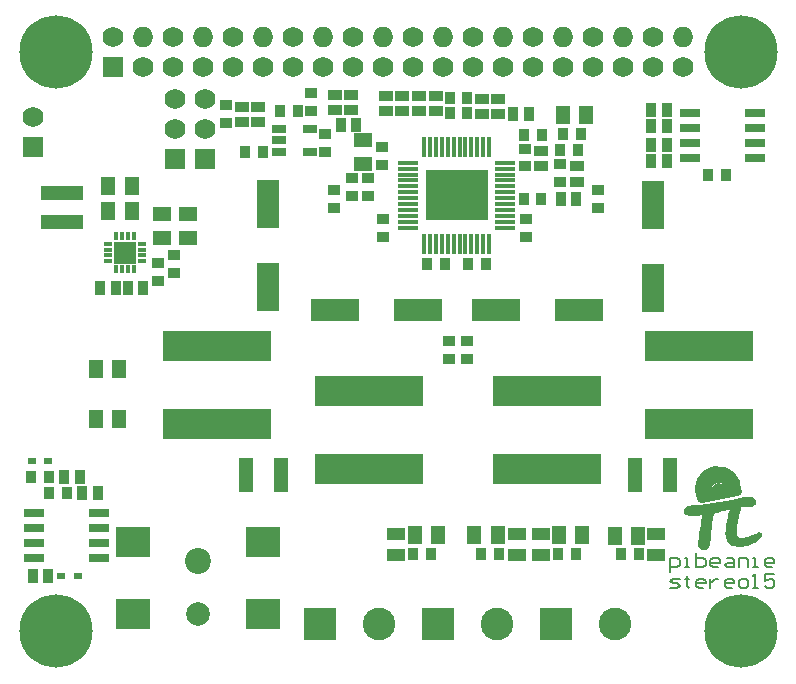
<source format=gts>
G04 Layer_Color=8388736*
%FSLAX44Y44*%
%MOMM*%
G71*
G01*
G75*
%ADD35C,0.8000*%
%ADD47C,0.2000*%
%ADD89R,2.9600X2.5600*%
%ADD90R,0.7600X0.5600*%
%ADD91R,0.9600X1.0600*%
%ADD92R,3.5600X1.1600*%
%ADD93R,1.1600X1.5100*%
%ADD94R,9.1600X2.5600*%
%ADD95R,4.1600X1.9600*%
%ADD96R,1.9600X4.1600*%
%ADD97R,1.5600X1.0100*%
G04:AMPARAMS|DCode=98|XSize=0.41mm|YSize=0.76mm|CornerRadius=0.105mm|HoleSize=0mm|Usage=FLASHONLY|Rotation=90.000|XOffset=0mm|YOffset=0mm|HoleType=Round|Shape=RoundedRectangle|*
%AMROUNDEDRECTD98*
21,1,0.4100,0.5500,0,0,90.0*
21,1,0.2000,0.7600,0,0,90.0*
1,1,0.2100,0.2750,0.1000*
1,1,0.2100,0.2750,-0.1000*
1,1,0.2100,-0.2750,-0.1000*
1,1,0.2100,-0.2750,0.1000*
%
%ADD98ROUNDEDRECTD98*%
G04:AMPARAMS|DCode=99|XSize=0.41mm|YSize=0.76mm|CornerRadius=0.105mm|HoleSize=0mm|Usage=FLASHONLY|Rotation=180.000|XOffset=0mm|YOffset=0mm|HoleType=Round|Shape=RoundedRectangle|*
%AMROUNDEDRECTD99*
21,1,0.4100,0.5500,0,0,180.0*
21,1,0.2000,0.7600,0,0,180.0*
1,1,0.2100,-0.1000,0.2750*
1,1,0.2100,0.1000,0.2750*
1,1,0.2100,0.1000,-0.2750*
1,1,0.2100,-0.1000,-0.2750*
%
%ADD99ROUNDEDRECTD99*%
%ADD100R,1.8600X1.8600*%
%ADD101R,1.1600X0.7600*%
%ADD102R,1.0600X0.9600*%
%ADD103R,0.8600X1.1600*%
%ADD104R,1.1600X2.8600*%
%ADD105R,1.6800X0.7600*%
%ADD106R,5.3600X4.2600*%
G04:AMPARAMS|DCode=107|XSize=0.41mm|YSize=1.71mm|CornerRadius=0.105mm|HoleSize=0mm|Usage=FLASHONLY|Rotation=180.000|XOffset=0mm|YOffset=0mm|HoleType=Round|Shape=RoundedRectangle|*
%AMROUNDEDRECTD107*
21,1,0.4100,1.5000,0,0,180.0*
21,1,0.2000,1.7100,0,0,180.0*
1,1,0.2100,-0.1000,0.7500*
1,1,0.2100,0.1000,0.7500*
1,1,0.2100,0.1000,-0.7500*
1,1,0.2100,-0.1000,-0.7500*
%
%ADD107ROUNDEDRECTD107*%
G04:AMPARAMS|DCode=108|XSize=0.41mm|YSize=1.71mm|CornerRadius=0.105mm|HoleSize=0mm|Usage=FLASHONLY|Rotation=270.000|XOffset=0mm|YOffset=0mm|HoleType=Round|Shape=RoundedRectangle|*
%AMROUNDEDRECTD108*
21,1,0.4100,1.5000,0,0,270.0*
21,1,0.2000,1.7100,0,0,270.0*
1,1,0.2100,-0.7500,-0.1000*
1,1,0.2100,-0.7500,0.1000*
1,1,0.2100,0.7500,0.1000*
1,1,0.2100,0.7500,-0.1000*
%
%ADD108ROUNDEDRECTD108*%
%ADD109R,1.5100X1.1600*%
%ADD110R,1.1600X0.8600*%
%ADD111C,2.2000*%
%ADD112C,2.0000*%
%ADD113C,1.7600*%
%ADD114R,1.7600X1.7600*%
%ADD115O,1.7600X1.7200*%
%ADD116R,1.7600X1.7600*%
%ADD117C,6.2000*%
%ADD118C,2.7600*%
%ADD119R,2.7600X2.7600*%
%ADD120C,0.4500*%
%ADD121C,0.7500*%
G36*
X624283Y148640D02*
X625425Y148355D01*
X626425Y147783D01*
X627425Y147069D01*
X628140Y146069D01*
X628425Y145498D01*
Y144784D01*
Y144641D01*
Y144498D01*
X628283Y143641D01*
X627711Y142498D01*
X627282Y141927D01*
X626711Y141355D01*
X626425Y141069D01*
X625711Y140641D01*
X624854Y140212D01*
X623854Y139927D01*
X618140D01*
X616997Y139784D01*
X616140D01*
X615712Y139641D01*
X615569Y139498D01*
X615426Y139070D01*
X615283Y138498D01*
X614997Y137498D01*
X614569Y135927D01*
X614283Y134927D01*
X613997Y133784D01*
X613712Y132499D01*
X613426Y131070D01*
Y130927D01*
X613283Y130641D01*
Y130356D01*
X613140Y129784D01*
X612855Y128213D01*
X612569Y126499D01*
X612141Y124499D01*
X611855Y122642D01*
X611712Y120785D01*
X611569Y119213D01*
Y118928D01*
X611712Y118356D01*
X611855Y117499D01*
X612141Y116642D01*
X612712Y115642D01*
X613426Y114785D01*
X614569Y114214D01*
X615997Y113928D01*
X616712D01*
X617712Y114071D01*
X618997Y114357D01*
X620569Y114785D01*
X622569Y115357D01*
X624854Y116214D01*
X627425Y117357D01*
X627568D01*
X627854Y117499D01*
X628854Y118071D01*
X629997Y118499D01*
X630997Y118642D01*
X631282D01*
X632139Y118356D01*
X632425Y118071D01*
X632854Y117642D01*
X632996Y117071D01*
X633139Y116356D01*
Y116214D01*
X632996Y115928D01*
X632854Y115357D01*
X632425Y114642D01*
X631711Y113642D01*
X630568Y112500D01*
X628997Y111357D01*
X628140Y110642D01*
X626997Y109928D01*
X626711Y109785D01*
X625997Y109357D01*
X624711Y108785D01*
X623140Y108071D01*
X621140Y107357D01*
X618997Y106786D01*
X616569Y106357D01*
X614140Y106214D01*
X613283D01*
X612141Y106357D01*
X610998Y106643D01*
X609569Y106928D01*
X607998Y107357D01*
X606569Y108071D01*
X605284Y109071D01*
X605141Y109214D01*
X604855Y109643D01*
X604284Y110357D01*
X603712Y111214D01*
X603141Y112500D01*
X602570Y113928D01*
X602284Y115642D01*
X602141Y117499D01*
Y117642D01*
Y117785D01*
Y118214D01*
Y118785D01*
X602284Y119499D01*
Y120356D01*
X602427Y121499D01*
X602570Y122642D01*
X602712Y123927D01*
X602998Y125499D01*
X603284Y127213D01*
X603712Y129070D01*
X603998Y131070D01*
X604570Y133213D01*
X605141Y135498D01*
X605712Y137927D01*
X605569D01*
X605141Y137784D01*
X604570Y137641D01*
X603855Y137498D01*
X602855Y137213D01*
X601855Y137070D01*
X599570Y136498D01*
X597284Y135927D01*
X595141Y135356D01*
X594284Y135070D01*
X593570Y134784D01*
X592999Y134641D01*
X592713Y134498D01*
X592570Y134213D01*
X592284Y133784D01*
X592141Y132927D01*
X591856Y131784D01*
X591570Y130927D01*
X591427Y129927D01*
X591284Y128927D01*
X591142Y127642D01*
X590856Y126213D01*
X590713Y124499D01*
Y124356D01*
Y124070D01*
X590570Y123642D01*
Y122928D01*
X590427Y121356D01*
X590142Y119213D01*
X589999Y116928D01*
X589713Y114642D01*
X589570Y112357D01*
X589427Y110357D01*
Y110214D01*
Y109785D01*
X589285Y109071D01*
X589142Y108214D01*
X588570Y106357D01*
X588142Y105643D01*
X587713Y104929D01*
X587427Y104643D01*
X586570Y104214D01*
X585999Y103929D01*
X585285Y103786D01*
X584285Y103500D01*
X583142D01*
X582571Y103643D01*
X581999Y103786D01*
X581142Y104214D01*
X580428Y104786D01*
X579714Y105786D01*
X579142Y107071D01*
X578999Y108785D01*
Y108928D01*
Y109500D01*
X579142Y110357D01*
Y111643D01*
X579428Y113357D01*
X579714Y115357D01*
X579999Y117785D01*
X580571Y120785D01*
Y121070D01*
X580714Y121785D01*
X580999Y122785D01*
X581142Y124356D01*
X581571Y126070D01*
X581856Y128213D01*
X582142Y130499D01*
X582571Y133070D01*
X581856D01*
X581285Y132927D01*
X579714Y132784D01*
X577857Y132641D01*
X577428D01*
X576857Y132499D01*
X576285D01*
X574714Y132356D01*
X572571D01*
X572000Y132499D01*
X571000Y132641D01*
X570000Y132927D01*
X568857Y133498D01*
X567857Y134356D01*
X567286Y135356D01*
X567000Y136927D01*
Y137070D01*
Y137213D01*
X567143Y137927D01*
X567571Y138784D01*
X568428Y139784D01*
X568714Y139927D01*
X569286Y140498D01*
X570285Y140927D01*
X571428Y141212D01*
X572143D01*
X573000Y141355D01*
X574142D01*
X575571Y141498D01*
X577285Y141641D01*
X579285Y141784D01*
X581285Y141927D01*
X583713Y142212D01*
X586142Y142498D01*
X591427Y143212D01*
X596998Y144069D01*
X602712Y145212D01*
X602855D01*
X603427Y145355D01*
X604284Y145498D01*
X605284Y145784D01*
X606569Y146069D01*
X607998Y146355D01*
X611141Y147069D01*
X614569Y147641D01*
X617712Y148212D01*
X619140Y148498D01*
X620426Y148640D01*
X621426Y148783D01*
X623283D01*
X624283Y148640D01*
D02*
G37*
D35*
X601504Y152585D02*
G03*
X593941Y151138I-3985J342D01*
G01*
X606464Y153646D02*
G03*
X587556Y150028I-9963J854D01*
G01*
X611752Y153789D02*
G03*
X581500Y148000I-15941J1366D01*
G01*
X611803Y153513D01*
D47*
X555500Y71500D02*
X561498D01*
X563497Y73499D01*
X561498Y75499D01*
X557499D01*
X555500Y77498D01*
X557499Y79497D01*
X563497D01*
X569496Y81497D02*
Y79497D01*
X567496D01*
X571495D01*
X569496D01*
Y73499D01*
X571495Y71500D01*
X583491D02*
X579492D01*
X577493Y73499D01*
Y77498D01*
X579492Y79497D01*
X583491D01*
X585490Y77498D01*
Y75499D01*
X577493D01*
X589489Y79497D02*
Y71500D01*
Y75499D01*
X591488Y77498D01*
X593488Y79497D01*
X595487D01*
X607483Y71500D02*
X603484D01*
X601485Y73499D01*
Y77498D01*
X603484Y79497D01*
X607483D01*
X609483Y77498D01*
Y75499D01*
X601485D01*
X615481Y71500D02*
X619479D01*
X621479Y73499D01*
Y77498D01*
X619479Y79497D01*
X615481D01*
X613481Y77498D01*
Y73499D01*
X615481Y71500D01*
X625477D02*
X629476D01*
X627477D01*
Y83496D01*
X625477Y81497D01*
X643472Y83496D02*
X635474D01*
Y77498D01*
X639473Y79497D01*
X641472D01*
X643472Y77498D01*
Y73499D01*
X641472Y71500D01*
X637473D01*
X635474Y73499D01*
X555500Y85001D02*
Y96997D01*
X561498D01*
X563497Y94998D01*
Y90999D01*
X561498Y89000D01*
X555500D01*
X567496D02*
X571495D01*
X569496D01*
Y96997D01*
X567496D01*
X577493Y100996D02*
Y89000D01*
X583491D01*
X585490Y90999D01*
Y92999D01*
Y94998D01*
X583491Y96997D01*
X577493D01*
X595487Y89000D02*
X591488D01*
X589489Y90999D01*
Y94998D01*
X591488Y96997D01*
X595487D01*
X597486Y94998D01*
Y92999D01*
X589489D01*
X603484Y96997D02*
X607483D01*
X609483Y94998D01*
Y89000D01*
X603484D01*
X601485Y90999D01*
X603484Y92999D01*
X609483D01*
X613481Y89000D02*
Y96997D01*
X619479D01*
X621479Y94998D01*
Y89000D01*
X625477D02*
X629476D01*
X627477D01*
Y96997D01*
X625477D01*
X641472Y89000D02*
X637473D01*
X635474Y90999D01*
Y94998D01*
X637473Y96997D01*
X641472D01*
X643472Y94998D01*
Y92999D01*
X635474D01*
D89*
X100250Y49250D02*
D03*
Y110250D02*
D03*
X210250Y49250D02*
D03*
Y110250D02*
D03*
D90*
X29000Y179000D02*
D03*
X15000D02*
D03*
X40000Y82000D02*
D03*
X54000D02*
D03*
D91*
X44500Y151500D02*
D03*
X29500D02*
D03*
X338000Y100000D02*
D03*
X353000D02*
D03*
X395500D02*
D03*
X410500D02*
D03*
X475500D02*
D03*
X460500D02*
D03*
X514000D02*
D03*
X529000D02*
D03*
X225000Y475500D02*
D03*
X240000D02*
D03*
X14500Y165500D02*
D03*
X29500D02*
D03*
X349500Y345500D02*
D03*
X364500D02*
D03*
X368750Y486500D02*
D03*
X383750D02*
D03*
X368750Y473500D02*
D03*
X383750D02*
D03*
X384500Y345500D02*
D03*
X399500D02*
D03*
X480000Y456000D02*
D03*
X465000D02*
D03*
X431250Y400500D02*
D03*
X446250D02*
D03*
X462000Y442000D02*
D03*
X477000D02*
D03*
X431750Y455000D02*
D03*
X446750D02*
D03*
X587500Y420750D02*
D03*
X602500D02*
D03*
X195500Y441000D02*
D03*
X210500D02*
D03*
D92*
X40500Y381500D02*
D03*
Y405500D02*
D03*
D93*
X89000Y214250D02*
D03*
X69000D02*
D03*
Y256750D02*
D03*
X89000D02*
D03*
X339000Y116000D02*
D03*
X359000D02*
D03*
X389500D02*
D03*
X409500D02*
D03*
X461000D02*
D03*
X481000D02*
D03*
X508500Y115750D02*
D03*
X528500D02*
D03*
X484500Y472250D02*
D03*
X464500D02*
D03*
X99500Y391000D02*
D03*
X79500D02*
D03*
X99500Y412000D02*
D03*
X79500D02*
D03*
D94*
X171250Y276250D02*
D03*
Y210250D02*
D03*
X300500Y172000D02*
D03*
Y238000D02*
D03*
X450917Y172000D02*
D03*
Y238000D02*
D03*
X579750Y210250D02*
D03*
Y276250D02*
D03*
D95*
X272000Y307000D02*
D03*
X342000D02*
D03*
X478000Y307000D02*
D03*
X408000D02*
D03*
D96*
X215000Y326500D02*
D03*
Y396500D02*
D03*
X541000Y325500D02*
D03*
Y395500D02*
D03*
D97*
X323500Y117250D02*
D03*
Y99750D02*
D03*
X426000Y117000D02*
D03*
Y99500D02*
D03*
X446000Y117250D02*
D03*
Y99750D02*
D03*
X543500Y117000D02*
D03*
Y99500D02*
D03*
D98*
X107750Y353000D02*
D03*
Y348000D02*
D03*
X79750D02*
D03*
Y358000D02*
D03*
Y363000D02*
D03*
Y353000D02*
D03*
X107750Y358000D02*
D03*
Y363000D02*
D03*
D99*
X101250Y341500D02*
D03*
X96250D02*
D03*
X91250D02*
D03*
X86250D02*
D03*
Y369500D02*
D03*
X91250D02*
D03*
X101250D02*
D03*
X96250D02*
D03*
D100*
X93750Y355500D02*
D03*
D101*
X250500Y441000D02*
D03*
Y460000D02*
D03*
X224500Y450500D02*
D03*
Y441000D02*
D03*
Y460000D02*
D03*
D102*
X251500Y475500D02*
D03*
Y490500D02*
D03*
X263500Y456000D02*
D03*
Y441000D02*
D03*
X286250Y418500D02*
D03*
Y403500D02*
D03*
X311500Y429500D02*
D03*
Y444500D02*
D03*
X299250Y418500D02*
D03*
Y403500D02*
D03*
X271000Y408250D02*
D03*
Y393250D02*
D03*
X312500Y384000D02*
D03*
Y369000D02*
D03*
X368000Y280500D02*
D03*
Y265500D02*
D03*
X383000D02*
D03*
Y280500D02*
D03*
X433250Y369000D02*
D03*
Y384000D02*
D03*
X494250Y393250D02*
D03*
Y408250D02*
D03*
X462500Y430500D02*
D03*
Y415500D02*
D03*
X432750Y443500D02*
D03*
Y428500D02*
D03*
X135000Y338500D02*
D03*
Y353500D02*
D03*
X121750Y346250D02*
D03*
Y331250D02*
D03*
X179500Y465000D02*
D03*
Y480000D02*
D03*
D103*
X28500Y82000D02*
D03*
X15500D02*
D03*
X42500Y165500D02*
D03*
X55500D02*
D03*
X57500Y151500D02*
D03*
X70500D02*
D03*
X109000Y325500D02*
D03*
X96000D02*
D03*
X86000D02*
D03*
X73000D02*
D03*
X289500Y463500D02*
D03*
X276500D02*
D03*
X435500Y472500D02*
D03*
X422500D02*
D03*
X475750Y400750D02*
D03*
X462750D02*
D03*
X539500Y432750D02*
D03*
X552500D02*
D03*
Y476250D02*
D03*
X539500D02*
D03*
X552500Y462500D02*
D03*
X539500D02*
D03*
X552500Y446500D02*
D03*
X539500D02*
D03*
D104*
X525500Y167000D02*
D03*
X555500D02*
D03*
X196000Y167500D02*
D03*
X226000D02*
D03*
D105*
X16900Y135050D02*
D03*
Y122350D02*
D03*
Y109650D02*
D03*
Y96950D02*
D03*
X72100D02*
D03*
Y109650D02*
D03*
Y122350D02*
D03*
Y135050D02*
D03*
X627600Y435200D02*
D03*
Y447900D02*
D03*
Y460600D02*
D03*
Y473300D02*
D03*
X572400D02*
D03*
Y460600D02*
D03*
Y447900D02*
D03*
Y435200D02*
D03*
D106*
X374500Y404000D02*
D03*
D107*
X402000Y363000D02*
D03*
X397000D02*
D03*
X392000D02*
D03*
X387000D02*
D03*
X382000D02*
D03*
X377000D02*
D03*
X372000D02*
D03*
X367000D02*
D03*
X362000D02*
D03*
X357000D02*
D03*
X352000D02*
D03*
X347000D02*
D03*
Y445000D02*
D03*
X352000D02*
D03*
X357000D02*
D03*
X362000D02*
D03*
X367000D02*
D03*
X372000D02*
D03*
X377000D02*
D03*
X382000D02*
D03*
X387000D02*
D03*
X392000D02*
D03*
X397000D02*
D03*
X402000D02*
D03*
D108*
X333500Y376500D02*
D03*
Y381500D02*
D03*
Y386500D02*
D03*
Y391500D02*
D03*
Y396500D02*
D03*
Y401500D02*
D03*
Y406500D02*
D03*
Y411500D02*
D03*
Y416500D02*
D03*
Y421500D02*
D03*
Y426500D02*
D03*
Y431500D02*
D03*
X415500D02*
D03*
Y426500D02*
D03*
Y421500D02*
D03*
Y416500D02*
D03*
Y411500D02*
D03*
Y406500D02*
D03*
Y401500D02*
D03*
Y396500D02*
D03*
Y391500D02*
D03*
Y386500D02*
D03*
Y381500D02*
D03*
Y376500D02*
D03*
D109*
X147500Y388000D02*
D03*
Y368000D02*
D03*
X295500Y430500D02*
D03*
Y450500D02*
D03*
X125500Y388000D02*
D03*
Y368000D02*
D03*
D110*
X342500Y475000D02*
D03*
Y488000D02*
D03*
X314500Y475000D02*
D03*
Y488000D02*
D03*
X328500Y475000D02*
D03*
Y488000D02*
D03*
X271500Y476000D02*
D03*
Y489000D02*
D03*
X285250Y476250D02*
D03*
Y489250D02*
D03*
X356750Y475000D02*
D03*
Y488000D02*
D03*
X395750Y472500D02*
D03*
Y485500D02*
D03*
X409750D02*
D03*
Y472500D02*
D03*
X476500Y428500D02*
D03*
Y415500D02*
D03*
X446000Y441500D02*
D03*
Y428500D02*
D03*
X206500Y479000D02*
D03*
Y466000D02*
D03*
X193000D02*
D03*
Y479000D02*
D03*
D111*
X155250Y94250D02*
D03*
D112*
Y49250D02*
D03*
D113*
X566300Y512300D02*
D03*
X540900D02*
D03*
X515500D02*
D03*
X490100D02*
D03*
X464700D02*
D03*
X413900D02*
D03*
X439300D02*
D03*
X363100D02*
D03*
X388500D02*
D03*
X312300D02*
D03*
X337700D02*
D03*
X261500D02*
D03*
X286900D02*
D03*
X210700D02*
D03*
X236100D02*
D03*
X159900D02*
D03*
X185300D02*
D03*
X134500D02*
D03*
X109100D02*
D03*
X134500Y537700D02*
D03*
X83700D02*
D03*
X185300D02*
D03*
X236100D02*
D03*
X286900D02*
D03*
X337700D02*
D03*
X388500D02*
D03*
X439300D02*
D03*
X490100D02*
D03*
X540900D02*
D03*
X16000Y470000D02*
D03*
X161650Y485300D02*
D03*
Y459900D02*
D03*
X136000Y485400D02*
D03*
Y460000D02*
D03*
D114*
X83700Y512300D02*
D03*
D115*
X109100Y537700D02*
D03*
X159900D02*
D03*
X210700D02*
D03*
X261500D02*
D03*
X312300D02*
D03*
X363100D02*
D03*
X413900D02*
D03*
X464700D02*
D03*
X515500D02*
D03*
X566300D02*
D03*
D116*
X16000Y444600D02*
D03*
X161650Y434500D02*
D03*
X136000Y434600D02*
D03*
D117*
X615000Y35000D02*
D03*
X35000D02*
D03*
X615000Y525000D02*
D03*
X35000D02*
D03*
D118*
X308750Y41250D02*
D03*
X408750D02*
D03*
X508750D02*
D03*
D119*
X258750D02*
D03*
X358750D02*
D03*
X458750D02*
D03*
D120*
X351500Y386500D02*
D03*
X363000D02*
D03*
X374500D02*
D03*
X397500D02*
D03*
X386100Y421500D02*
D03*
X374600D02*
D03*
X363100D02*
D03*
X351600D02*
D03*
X397500Y409833D02*
D03*
X386100D02*
D03*
X374600D02*
D03*
X363100D02*
D03*
X351600D02*
D03*
X397500Y398167D02*
D03*
X386100D02*
D03*
X374600D02*
D03*
X363100D02*
D03*
X351600D02*
D03*
X397500Y421500D02*
D03*
X386000Y386500D02*
D03*
X88500Y361000D02*
D03*
D121*
Y350000D02*
D03*
X99000Y361000D02*
D03*
Y350000D02*
D03*
X93750Y355500D02*
D03*
M02*

</source>
